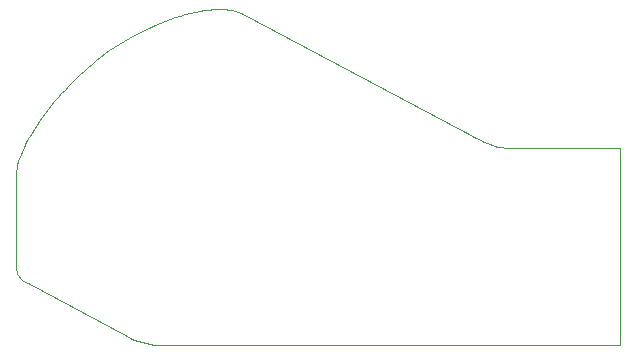
<source format=gbr>
G04 #@! TF.FileFunction,Profile,NP*
%FSLAX46Y46*%
G04 Gerber Fmt 4.6, Leading zero omitted, Abs format (unit mm)*
G04 Created by KiCad (PCBNEW 4.0.7-e2-6376~58~ubuntu14.04.1) date Wed Aug  8 14:24:41 2018*
%MOMM*%
%LPD*%
G01*
G04 APERTURE LIST*
%ADD10C,0.100000*%
G04 APERTURE END LIST*
D10*
X201634043Y-54873636D02*
X201883821Y-54996911D01*
X201367721Y-54737574D02*
X201634043Y-54873636D01*
X174155304Y-72273810D02*
X173804801Y-72230737D01*
X179512189Y-43851647D02*
X179850052Y-43849954D01*
X179159685Y-43869794D02*
X179512189Y-43851647D01*
X173804801Y-72230737D02*
X173458512Y-72162183D01*
X181280470Y-44100370D02*
X181506922Y-44205117D01*
X181032645Y-44014374D02*
X181280470Y-44100370D01*
X166287677Y-50992163D02*
X166588150Y-50662169D01*
X165995094Y-51324477D02*
X166287677Y-50992163D01*
X162650179Y-56741332D02*
X162742034Y-56462352D01*
X162574053Y-57011712D02*
X162650179Y-56741332D01*
X164204513Y-53664760D02*
X164429675Y-53333174D01*
X163990721Y-53993817D02*
X164204513Y-53664760D01*
X202561417Y-55293326D02*
X202772530Y-55368761D01*
X202344757Y-55206424D02*
X202561417Y-55293326D01*
X166896077Y-50335107D02*
X167211026Y-50011579D01*
X166588150Y-50662169D02*
X166896077Y-50335107D01*
X162514083Y-57272886D02*
X162574053Y-57011712D01*
X162470709Y-57524250D02*
X162514083Y-57272886D01*
X180172152Y-43864912D02*
X180477364Y-43897043D01*
X179850052Y-43849954D02*
X180172152Y-43864912D01*
X162444377Y-57765197D02*
X162470709Y-57524250D01*
X162435487Y-57995118D02*
X162444377Y-57765197D01*
X202980855Y-55433068D02*
X203189138Y-55486572D01*
X202772530Y-55368761D02*
X202980855Y-55433068D01*
X172782725Y-71959200D02*
X172455313Y-71830058D01*
X173117471Y-72070788D02*
X172782725Y-71959200D01*
X162849177Y-56175386D02*
X162971173Y-55881031D01*
X162742034Y-56462352D02*
X162849177Y-56175386D01*
X174508979Y-72288768D02*
X174155304Y-72273810D01*
X163788740Y-54319735D02*
X163990721Y-53993817D01*
X163598999Y-54641909D02*
X163788740Y-54319735D01*
X171172167Y-46793811D02*
X171589721Y-46540443D01*
X170762409Y-47055578D02*
X171172167Y-46793811D01*
X203841235Y-55585587D02*
X204076848Y-55599190D01*
X203616578Y-55562501D02*
X203841235Y-55585587D01*
X213603350Y-55603649D02*
X213603358Y-72288768D01*
X163421939Y-54959733D02*
X163598999Y-54641909D01*
X163257990Y-55272599D02*
X163421939Y-54959733D01*
X172136272Y-71686012D02*
X171826649Y-71529700D01*
X172455313Y-71830058D02*
X172136272Y-71686012D01*
X178793660Y-43903909D02*
X179159685Y-43869794D01*
X178415237Y-43953589D02*
X178793660Y-43903909D01*
X162500652Y-66076757D02*
X162451884Y-65873761D01*
X162581196Y-66271231D02*
X162500652Y-66076757D01*
X180764570Y-43946731D02*
X181032645Y-44014374D01*
X180477364Y-43897043D02*
X180764570Y-43946731D01*
X200442018Y-54249360D02*
X200774459Y-54425766D01*
X181506922Y-44205117D02*
X200442018Y-54249360D01*
X162692922Y-66456177D02*
X162581196Y-66271231D01*
X162835230Y-66630604D02*
X162692922Y-66456177D01*
X173755141Y-45413507D02*
X174195905Y-45218887D01*
X173315442Y-45618912D02*
X173755141Y-45413507D01*
X167532559Y-49692197D02*
X167860241Y-49377561D01*
X167211026Y-50011579D02*
X167532559Y-49692197D01*
X173458512Y-72162183D02*
X173117471Y-72070788D01*
X162435487Y-65663237D02*
X162435487Y-57995118D01*
X162451884Y-65873761D02*
X162435487Y-65663237D01*
X165169044Y-52329292D02*
X165435343Y-51993648D01*
X164912374Y-52664832D02*
X165169044Y-52329292D01*
X163007515Y-66793506D02*
X162835230Y-66630604D01*
X163209185Y-66943891D02*
X163007515Y-66793506D01*
X164665774Y-52999661D02*
X164912374Y-52664832D01*
X164429675Y-53333174D02*
X164665774Y-52999661D01*
X176376413Y-44421533D02*
X176800000Y-44300000D01*
X175947158Y-44556243D02*
X176376413Y-44421533D01*
X169591124Y-47887278D02*
X169970767Y-47602708D01*
X169223764Y-48178653D02*
X169591124Y-47887278D01*
X213603358Y-72288768D02*
X174508979Y-72288768D01*
X170361569Y-47325343D02*
X170762409Y-47055578D01*
X169970767Y-47602708D02*
X170361569Y-47325343D01*
X163107591Y-55579900D02*
X163257990Y-55272599D01*
X162971173Y-55881031D02*
X163107591Y-55579900D01*
X202119812Y-55107731D02*
X202344757Y-55206424D01*
X201883821Y-54996911D02*
X202119812Y-55107731D01*
X174636609Y-45035454D02*
X175076136Y-44863603D01*
X174195905Y-45218887D02*
X174636609Y-45035454D01*
X175513357Y-44703733D02*
X175947158Y-44556243D01*
X175076136Y-44863603D02*
X175513357Y-44703733D01*
X165710837Y-51658509D02*
X165995094Y-51324477D01*
X165435343Y-51993648D02*
X165710837Y-51658509D01*
X178025539Y-44018435D02*
X178415237Y-43953589D01*
X177625684Y-44098053D02*
X178025539Y-44018435D01*
X163439640Y-67080757D02*
X163209185Y-66943891D01*
X171826649Y-71529700D02*
X163439640Y-67080757D01*
X168193639Y-49068282D02*
X168532314Y-48764967D01*
X167860241Y-49377561D02*
X168193639Y-49068282D01*
X203400127Y-55529605D02*
X203616578Y-55562501D01*
X203189138Y-55486572D02*
X203400127Y-55529605D01*
X168875835Y-48468222D02*
X169223764Y-48178653D01*
X168532314Y-48764967D02*
X168875835Y-48468222D01*
X172877930Y-45834707D02*
X173315442Y-45618912D01*
X172443722Y-46060493D02*
X172877930Y-45834707D01*
X201082112Y-54588394D02*
X201367721Y-54737574D01*
X200774459Y-54425766D02*
X201082112Y-54588394D01*
X204326172Y-55603649D02*
X213603350Y-55603649D01*
X204076848Y-55599190D02*
X204326172Y-55603649D01*
X172013946Y-46295872D02*
X172443722Y-46060493D01*
X171589721Y-46540443D02*
X172013946Y-46295872D01*
X177216797Y-44192038D02*
X177625684Y-44098053D01*
X176800000Y-44300000D02*
X177216797Y-44192038D01*
M02*

</source>
